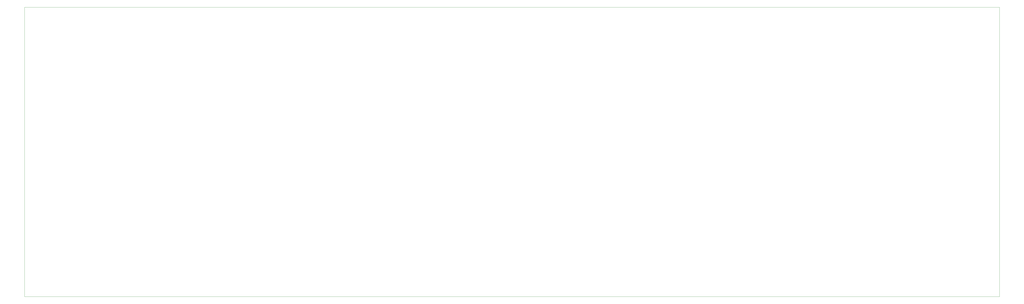
<source format=gbr>
G04 #@! TF.GenerationSoftware,KiCad,Pcbnew,(5.1.4)-1*
G04 #@! TF.CreationDate,2019-11-05T01:24:31-05:00*
G04 #@! TF.ProjectId,keyboard,6b657962-6f61-4726-942e-6b696361645f,rev?*
G04 #@! TF.SameCoordinates,Original*
G04 #@! TF.FileFunction,Profile,NP*
%FSLAX46Y46*%
G04 Gerber Fmt 4.6, Leading zero omitted, Abs format (unit mm)*
G04 Created by KiCad (PCBNEW (5.1.4)-1) date 2019-11-05 01:24:31*
%MOMM*%
%LPD*%
G04 APERTURE LIST*
%ADD10C,0.120000*%
G04 APERTURE END LIST*
D10*
X431800000Y-116840000D02*
X431800000Y15240000D01*
X-12700000Y-116840000D02*
X431800000Y-116840000D01*
X-12700000Y15240000D02*
X-12700000Y-116840000D01*
X431800000Y15240000D02*
X-12700000Y15240000D01*
M02*

</source>
